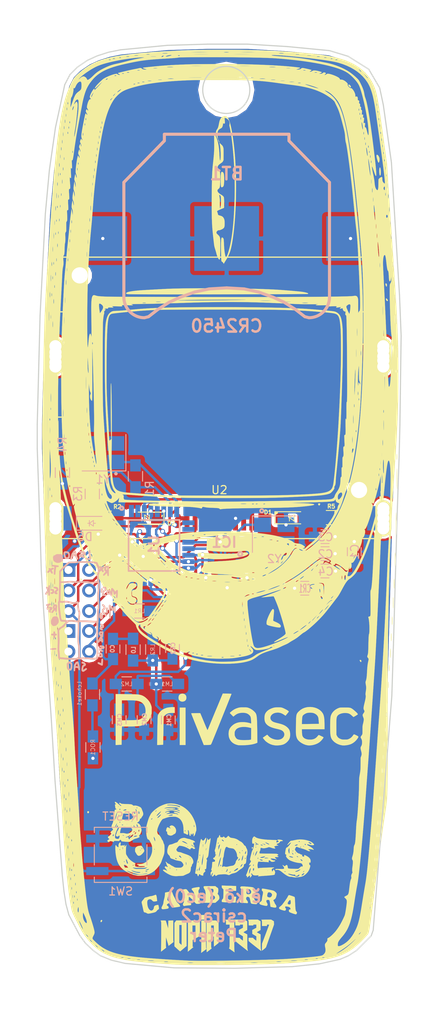
<source format=kicad_pcb>
(kicad_pcb (version 4) (host pcbnew 4.0.7)
  (layers (0 F.Cu signal) (31 B.Cu signal) (34 B.Paste user) (35 F.Paste user) (36 B.SilkS user) (37 F.SilkS user) (38 B.Mask user) (39 F.Mask user) (44 Edge.Cuts user))
  (net 0 "")
  (net 1 GND)
  (net 2 "Net-(D1-Pad2)")
  (net 3 "Net-(D2-Pad2)")
  (net 4 "Net-(IC1-Pad2)")
  (net 5 +3.3v)
  (net 6 "Net-(IC1-Pad10)")
  (net 7 "Net-(IC1-Pad11)")
  (net 8 RFNIRQ)
  (net 9 SCK)
  (net 10 MISO)
  (net 11 MOSI)
  (net 12 RFNSEL)
  (net 13 "Net-(IC1-Pad19)")
  (net 14 "Net-(IC1-Pad20)")
  (net 15 "Net-(IC1-Pad21)")
  (net 16 "Net-(U1-Pad1)")
  (net 17 "Net-(U1-Pad2)")
  (net 18 "Net-(R1-Pad2)")
  (net 19 "Net-(U1-Pad9)")
  (net 20 "Net-(U1-Pad10)")
  (net 21 LCDRST)
  (net 22 "Net-(U1-Pad19)")
  (net 23 "Net-(U1-Pad22)")
  (net 24 LCDBL+)
  (net 25 LCDCE)
  (net 26 "Net-(U1-Pad25)")
  (net 27 LCDDC)
  (net 28 RESET)
  (net 29 RXD)
  (net 30 TXD)
  (net 31 "Net-(U1-Pad32)")
  (net 32 "Net-(U2-Pad2)")
  (net 33 "Net-(U2-Pad4)")
  (net 34 "Net-(C0-Pad2)")
  (net 35 "Net-(CM1-Pad1)")
  (net 36 "Net-(CM2-Pad1)")
  (net 37 "Net-(AE1-Pad1)")
  (net 38 "Net-(Lchoke1-Pad1)")
  (net 39 "Net-(R1-Pad1)")
  (net 40 /TXA)
  (net 41 /RXN)
  (net 42 /RXP)
  (net 43 /XOUT)
  (net 44 /XIN)
  (net 45 SDA)
  (net 46 SCL)
  (net 47 "Net-(D2-Pad1)")
  (net 48 "Net-(U1-Pad23)")
  (module Diodes_SMD:D_SOD-323_HandSoldering (layer B.Cu) (at 43.34 103.16)
    (fp_text reference D5 hide)
    (fp_text value 1N4148 hide)
    (fp_text user %R (at -0.86 1.67) (layer B.SilkS) (effects (justify mirror)))
    (pad 1 smd rect (at -1.25 0) (size 1 1) (layers B.Cu B.Paste B.Mask) (net 5 +3.3v))
    (pad 2 smd rect (at 1.25 0) (size 1 1) (layers B.Cu B.Paste B.Mask) (net 28 RESET))
  )
  (module Pin_Headers:Pin_Header_Straight_2x03_Pitch2.54mm (layer F.Cu) (at 40.46 108.92)
    (fp_text reference J2 hide)
    (fp_text value LSAO hide)
    (pad 1 thru_hole rect (at 0 0) (size 1.7 1.7) (drill 1) (layers *.Cu *.Mask) (net 30 TXD))
    (pad 2 thru_hole oval (at 2.54 0) (size 1.7 1.7) (drill 1) (layers *.Cu *.Mask) (net 29 RXD))
    (pad 3 thru_hole oval (at 0 2.54) (size 1.7 1.7) (drill 1) (layers *.Cu *.Mask) (net 9 SCK))
    (pad 4 thru_hole oval (at 2.54 2.54) (size 1.7 1.7) (drill 1) (layers *.Cu *.Mask) (net 11 MOSI))
    (pad 5 thru_hole oval (at 0 5.08) (size 1.7 1.7) (drill 1) (layers *.Cu *.Mask) (net 28 RESET))
    (pad 6 thru_hole oval (at 2.54 5.08) (size 1.7 1.7) (drill 1) (layers *.Cu *.Mask) (net 10 MISO))
  )
  (module Pin_Headers:Pin_Header_Straight_2x02_Pitch2.54mm (layer F.Cu) (at 40.46 116.46)
    (fp_text reference J1)
    (fp_text value SAO hide)
    (pad 1 thru_hole rect (at 0 0) (size 1.7 1.7) (drill 1) (layers *.Cu *.Mask) (net 5 +3.3v))
    (pad 2 thru_hole oval (at 2.54 0) (size 1.7 1.7) (drill 1) (layers *.Cu *.Mask) (net 45 SDA))
    (pad 3 thru_hole oval (at 0 2.54) (size 1.7 1.7) (drill 1) (layers *.Cu *.Mask) (net 1 GND))
    (pad 4 thru_hole oval (at 2.54 2.54) (size 1.7 1.7) (drill 1) (layers *.Cu *.Mask) (net 46 SCL))
  )
  (module LOGO (layer B.Cu) (at 41.92 114.04 180)
    (fp_text reference G*** hide)
    (fp_text value LOGO hide)
  )
  (module LEDs:LED_0805_HandSoldering (layer F.Cu) (at 50.06 102.53 180)
    (fp_text reference D2 (at -3.1 -0.63 180) (layer F.SilkS) (effects (font (size 0.5 0.5) (thickness 0.125))))
    (fp_text value BL hide)
    (pad 1 smd rect (at -1.35 0 180) (size 1.5 1.3) (layers F.Cu F.Paste F.Mask) (net 47 "Net-(D2-Pad1)"))
    (pad 2 smd rect (at 1.35 0 180) (size 1.5 1.3) (layers F.Cu F.Paste F.Mask) (net 3 "Net-(D2-Pad2)"))
  )
  (module LEDs:LED_0805_HandSoldering (layer F.Cu) (at 68.15 102.48)
    (fp_text reference D1 (at -3.05 -0.68) (layer F.SilkS) (effects (font (size 0.5 0.5) (thickness 0.125))))
    (fp_text value BL hide)
    (pad 1 smd rect (at -1.35 0) (size 1.5 1.3) (layers F.Cu F.Paste F.Mask) (net 1 GND))
    (pad 2 smd rect (at 1.35 0) (size 1.5 1.3) (layers F.Cu F.Paste F.Mask) (net 2 "Net-(D1-Pad2)"))
  )
  (module Buttons_Switches_SMD:SW_SPST_B3SL-1002P (layer B.Cu) (at 46.9 144.1)
    (fp_text reference SW1 (at 0 4.5) (layer B.SilkS) (effects (justify mirror)))
    (fp_text value RESET (at 0 -4.75) (layer B.SilkS) (effects (justify mirror)))
    (pad 1 smd rect (at -2.875 2) (size 2.75 1) (layers B.Cu B.Paste B.Mask) (net 28 RESET))
    (pad 1 smd rect (at 2.875 2) (size 2.75 1) (layers B.Cu B.Paste B.Mask) (net 28 RESET))
    (pad 2 smd rect (at 2.875 -2) (size 2.75 1) (layers B.Cu B.Paste B.Mask) (net 1 GND))
    (pad 2 smd rect (at -2.875 -2) (size 2.75 1) (layers B.Cu B.Paste B.Mask) (net 1 GND))
  )
  (module Nokia_5110-3310_LCD:Nokia_5110-3310_LCD (layer F.Cu) (at 59.1 105.05 180)
    (fp_text reference U2 (at 0 6 180) (layer F.SilkS))
    (fp_text value Nokia_5110_LCD hide)
    (pad "" thru_hole circle (at 17.25 32.5 180) (size 2 2) (drill 2) (layers *.Cu))
    (pad "" np_thru_hole circle (at 20.25 23 180) (size 1.5 1.5) (drill 1.5) (layers *.Mask B.Cu F.SilkS))
    (pad "" np_thru_hole circle (at 20.25 21.75 180) (size 1.5 1.5) (drill 1.5) (layers *.Mask B.Cu F.SilkS))
    (pad "" np_thru_hole circle (at -20.25 23.25 180) (size 1.5 1.5) (drill 1.5) (layers *.Mask B.Cu F.SilkS))
    (pad "" np_thru_hole circle (at -20.25 22 180) (size 1.5 1.5) (drill 1.5) (layers *.Mask B.Cu F.SilkS))
    (pad "" np_thru_hole circle (at -20.25 23.75 180) (size 1.5 1.5) (drill 1.5) (layers *.Mask B.Cu F.SilkS))
    (pad "" np_thru_hole circle (at -20.25 21.25 180) (size 1.5 1.5) (drill 1.5) (layers *.Mask B.Cu F.SilkS))
    (pad "" np_thru_hole circle (at -20.25 3.75 180) (size 1.5 1.5) (drill 1.5) (layers *.Mask B.Cu F.SilkS))
    (pad "" np_thru_hole circle (at -20.25 3.25 180) (size 1.5 1.5) (drill 1.5) (layers *.Mask B.Cu F.SilkS))
    (pad "" np_thru_hole circle (at -20.25 1.25 180) (size 1.5 1.5) (drill 1.5) (layers *.Mask B.Cu F.SilkS))
    (pad "" np_thru_hole circle (at -20.25 1.75 180) (size 1.5 1.5) (drill 1.5) (layers *.Mask B.Cu F.SilkS))
    (pad "" np_thru_hole circle (at 20.25 23.75 180) (size 1.5 1.5) (drill 1.5) (layers *.Mask B.Cu F.SilkS))
    (pad "" np_thru_hole circle (at 20.25 21.25 180) (size 1.5 1.5) (drill 1.5) (layers *.Mask B.Cu F.SilkS))
    (pad "" np_thru_hole circle (at 20.25 3 180) (size 1.5 1.5) (drill 1.5) (layers *.Mask B.Cu F.SilkS))
    (pad "" smd rect (at 19 2.5 180) (size 1.5 3) (layers B.Cu B.Mask))
    (pad "" smd rect (at 19 22.5 180) (size 1.5 3) (layers B.Cu B.Mask))
    (pad "" smd rect (at -19 22.5 180) (size 1.5 3) (layers B.Cu B.Mask))
    (pad "" smd rect (at -19 2.5 180) (size 1.5 3) (layers B.Cu B.Mask))
    (pad "" np_thru_hole oval (at 20.25 22.5 180) (size 2 4.5) (drill 1.5) (layers *.Mask B.Cu F.SilkS))
    (pad "" np_thru_hole oval (at -20.25 22.5 180) (size 2 4.5) (drill 1.5) (layers *.Mask B.Cu F.SilkS))
    (pad "" np_thru_hole oval (at 20.25 2.5 180) (size 2 4.5) (drill 1.5) (layers *.Mask B.Cu F.SilkS))
    (pad "" np_thru_hole oval (at -20.25 2.5 180) (size 2 4.5) (drill 1.5) (layers *.Mask B.Cu F.SilkS))
    (pad 9 smd rect (at 4 2.5 180) (size 0.6 3) (layers F.Cu F.Mask) (net 5 +3.3v))
    (pad 8 smd rect (at 3 2.5 180) (size 0.6 3) (layers F.Cu F.Mask) (net 9 SCK))
    (pad 7 smd rect (at 2 2.5 180) (size 0.6 3) (layers F.Cu F.Mask) (net 11 MOSI))
    (pad 6 smd rect (at 1 2.5 180) (size 0.6 3) (layers F.Cu F.Mask) (net 27 LCDDC))
    (pad 1 smd rect (at -4 2.5 180) (size 0.6 3) (layers F.Cu F.Mask) (net 21 LCDRST))
    (pad 2 smd rect (at -3 2.5 180) (size 0.6 3) (layers F.Cu F.Mask) (net 32 "Net-(U2-Pad2)"))
    (pad 5 smd rect (at 0 2.5 180) (size 0.6 3) (layers F.Cu F.Mask) (net 25 LCDCE))
    (pad 4 smd rect (at -1 2.5 180) (size 0.6 3) (layers F.Cu F.Mask) (net 33 "Net-(U2-Pad4)"))
    (pad 3 smd rect (at -2 2.5 180) (size 0.6 3) (layers F.Cu F.Mask) (net 1 GND))
    (pad "" np_thru_hole circle (at 20.25 1.25 180) (size 1.5 1.5) (drill 1.5) (layers *.Mask B.Cu F.SilkS))
    (pad "" np_thru_hole circle (at 20.25 3.75 180) (size 1.5 1.5) (drill 1.5) (layers *.Mask B.Cu F.SilkS))
    (pad "" np_thru_hole circle (at 20.25 1.75 180) (size 1.5 1.5) (drill 1.5) (layers *.Mask B.Cu F.SilkS))
    (pad "" thru_hole circle (at -17.25 6 180) (size 2 2) (drill 2) (layers *.Cu))
  )
  (module LOGO (layer F.Cu) (at 61.27 127.38)
    (fp_text reference G*** hide)
    (fp_text value LOGO hide)
  )
  (module LOGO (layer F.Cu) (at 59.2 101.19)
    (fp_text reference G*** hide)
    (fp_text value LOGO hide)
  )
  (module Si4455-B1A-FM:QFN50P300X300X80-21N-D (layer B.Cu) (at 59.8 108.71 180)
    (fp_text reference IC1 (at 0.11 3.2 180) (layer B.SilkS) (effects (font (size 1.27 1.27) (thickness 0.254)) (justify mirror)))
    (fp_text value Si4455-B1A-FM hide)
    (pad 1 smd rect (at -1.6 1 90) (size 0.3 0.55) (layers B.Cu B.Paste B.Mask) (net 1 GND))
    (pad 2 smd rect (at -1.6 0.5 90) (size 0.3 0.55) (layers B.Cu B.Paste B.Mask) (net 4 "Net-(IC1-Pad2)"))
    (pad 3 smd rect (at -1.6 0 90) (size 0.3 0.55) (layers B.Cu B.Paste B.Mask) (net 42 /RXP))
    (pad 4 smd rect (at -1.6 -0.5 90) (size 0.3 0.55) (layers B.Cu B.Paste B.Mask) (net 41 /RXN))
    (pad 5 smd rect (at -1.6 -1 90) (size 0.3 0.55) (layers B.Cu B.Paste B.Mask) (net 40 /TXA))
    (pad 6 smd rect (at -1 -1.6 180) (size 0.3 0.55) (layers B.Cu B.Paste B.Mask) (net 1 GND))
    (pad 7 smd rect (at -0.5 -1.6 180) (size 0.3 0.55) (layers B.Cu B.Paste B.Mask) (net 5 +3.3v))
    (pad 8 smd rect (at 0 -1.6 180) (size 0.3 0.55) (layers B.Cu B.Paste B.Mask) (net 5 +3.3v))
    (pad 9 smd rect (at 0.5 -1.6 180) (size 0.3 0.55) (layers B.Cu B.Paste B.Mask) (net 1 GND))
    (pad 10 smd rect (at 1 -1.6 180) (size 0.3 0.55) (layers B.Cu B.Paste B.Mask) (net 6 "Net-(IC1-Pad10)"))
    (pad 11 smd rect (at 1.6 -1 90) (size 0.3 0.55) (layers B.Cu B.Paste B.Mask) (net 7 "Net-(IC1-Pad11)"))
    (pad 12 smd rect (at 1.6 -0.5 90) (size 0.3 0.55) (layers B.Cu B.Paste B.Mask) (net 8 RFNIRQ))
    (pad 13 smd rect (at 1.6 0 90) (size 0.3 0.55) (layers B.Cu B.Paste B.Mask) (net 9 SCK))
    (pad 14 smd rect (at 1.6 0.5 90) (size 0.3 0.55) (layers B.Cu B.Paste B.Mask) (net 10 MISO))
    (pad 15 smd rect (at 1.6 1 90) (size 0.3 0.55) (layers B.Cu B.Paste B.Mask) (net 11 MOSI))
    (pad 16 smd rect (at 1 1.6 180) (size 0.3 0.55) (layers B.Cu B.Paste B.Mask) (net 12 RFNSEL))
    (pad 17 smd rect (at 0.5 1.6 180) (size 0.3 0.55) (layers B.Cu B.Paste B.Mask) (net 43 /XOUT))
    (pad 18 smd rect (at 0 1.6 180) (size 0.3 0.55) (layers B.Cu B.Paste B.Mask) (net 44 /XIN))
    (pad 19 smd rect (at -0.5 1.6 180) (size 0.3 0.55) (layers B.Cu B.Paste B.Mask) (net 13 "Net-(IC1-Pad19)"))
    (pad 20 smd rect (at -1 1.6 180) (size 0.3 0.55) (layers B.Cu B.Paste B.Mask) (net 14 "Net-(IC1-Pad20)"))
    (pad 21 smd rect (at 0 0 180) (size 1.8 1.8) (layers B.Cu B.Paste B.Mask) (net 15 "Net-(IC1-Pad21)"))
  )
  (module ATMEGA328P-AU:QFP80P900X900X120-32N (layer B.Cu) (at 51.03 105.9 270)
    (fp_text reference U1 (at 0 0 270) (layer B.SilkS) (effects (font (size 1.27 1.27) (thickness 0.254)) (justify mirror)))
    (fp_text value ATMEGA328P-AU hide)
    (pad 1 smd rect (at -4.25 2.8 180) (size 0.6 1.5) (layers B.Cu B.Paste B.Mask) (net 16 "Net-(U1-Pad1)"))
    (pad 2 smd rect (at -4.25 2 180) (size 0.6 1.5) (layers B.Cu B.Paste B.Mask) (net 17 "Net-(U1-Pad2)"))
    (pad 3 smd rect (at -4.25 1.2 180) (size 0.6 1.5) (layers B.Cu B.Paste B.Mask) (net 1 GND))
    (pad 4 smd rect (at -4.25 0.4 180) (size 0.6 1.5) (layers B.Cu B.Paste B.Mask) (net 5 +3.3v))
    (pad 5 smd rect (at -4.25 -0.4 180) (size 0.6 1.5) (layers B.Cu B.Paste B.Mask) (net 1 GND))
    (pad 6 smd rect (at -4.25 -1.2 180) (size 0.6 1.5) (layers B.Cu B.Paste B.Mask) (net 5 +3.3v))
    (pad 7 smd rect (at -4.25 -2 180) (size 0.6 1.5) (layers B.Cu B.Paste B.Mask) (net 39 "Net-(R1-Pad1)"))
    (pad 8 smd rect (at -4.25 -2.8 180) (size 0.6 1.5) (layers B.Cu B.Paste B.Mask) (net 18 "Net-(R1-Pad2)"))
    (pad 9 smd rect (at -2.8 -4.25 270) (size 0.6 1.5) (layers B.Cu B.Paste B.Mask) (net 19 "Net-(U1-Pad9)"))
    (pad 10 smd rect (at -2 -4.25 270) (size 0.6 1.5) (layers B.Cu B.Paste B.Mask) (net 20 "Net-(U1-Pad10)"))
    (pad 11 smd rect (at -1.2 -4.25 270) (size 0.6 1.5) (layers B.Cu B.Paste B.Mask) (net 24 LCDBL+))
    (pad 12 smd rect (at -0.4 -4.25 270) (size 0.6 1.5) (layers B.Cu B.Paste B.Mask) (net 21 LCDRST))
    (pad 13 smd rect (at 0.4 -4.25 270) (size 0.6 1.5) (layers B.Cu B.Paste B.Mask) (net 12 RFNSEL))
    (pad 14 smd rect (at 1.2 -4.25 270) (size 0.6 1.5) (layers B.Cu B.Paste B.Mask) (net 8 RFNIRQ))
    (pad 15 smd rect (at 2 -4.25 270) (size 0.6 1.5) (layers B.Cu B.Paste B.Mask) (net 11 MOSI))
    (pad 16 smd rect (at 2.8 -4.25 270) (size 0.6 1.5) (layers B.Cu B.Paste B.Mask) (net 10 MISO))
    (pad 17 smd rect (at 4.25 -2.8 180) (size 0.6 1.5) (layers B.Cu B.Paste B.Mask) (net 9 SCK))
    (pad 18 smd rect (at 4.25 -2 180) (size 0.6 1.5) (layers B.Cu B.Paste B.Mask) (net 5 +3.3v))
    (pad 19 smd rect (at 4.25 -1.2 180) (size 0.6 1.5) (layers B.Cu B.Paste B.Mask) (net 22 "Net-(U1-Pad19)"))
    (pad 20 smd rect (at 4.25 -0.4 180) (size 0.6 1.5) (layers B.Cu B.Paste B.Mask) (net 5 +3.3v))
    (pad 21 smd rect (at 4.25 0.4 180) (size 0.6 1.5) (layers B.Cu B.Paste B.Mask) (net 1 GND))
    (pad 22 smd rect (at 4.25 1.2 180) (size 0.6 1.5) (layers B.Cu B.Paste B.Mask) (net 23 "Net-(U1-Pad22)"))
    (pad 23 smd rect (at 4.25 2 180) (size 0.6 1.5) (layers B.Cu B.Paste B.Mask) (net 48 "Net-(U1-Pad23)"))
    (pad 24 smd rect (at 4.25 2.8 180) (size 0.6 1.5) (layers B.Cu B.Paste B.Mask) (net 25 LCDCE))
    (pad 25 smd rect (at 2.8 4.25 270) (size 0.6 1.5) (layers B.Cu B.Paste B.Mask) (net 26 "Net-(U1-Pad25)"))
    (pad 26 smd rect (at 2 4.25 270) (size 0.6 1.5) (layers B.Cu B.Paste B.Mask) (net 27 LCDDC))
    (pad 27 smd rect (at 1.2 4.25 270) (size 0.6 1.5) (layers B.Cu B.Paste B.Mask) (net 45 SDA))
    (pad 28 smd rect (at 0.4 4.25 270) (size 0.6 1.5) (layers B.Cu B.Paste B.Mask) (net 46 SCL))
    (pad 29 smd rect (at -0.4 4.25 270) (size 0.6 1.5) (layers B.Cu B.Paste B.Mask) (net 28 RESET))
    (pad 30 smd rect (at -1.2 4.25 270) (size 0.6 1.5) (layers B.Cu B.Paste B.Mask) (net 29 RXD))
    (pad 31 smd rect (at -2 4.25 270) (size 0.6 1.5) (layers B.Cu B.Paste B.Mask) (net 30 TXD))
    (pad 32 smd rect (at -2.8 4.25 270) (size 0.6 1.5) (layers B.Cu B.Paste B.Mask) (net 31 "Net-(U1-Pad32)"))
  )
  (module Capacitors_SMD:C_0805_HandSoldering (layer B.Cu) (at 45.96 118.68 90)
    (fp_text reference C0 (at 0.03 -0.07 90) (layer B.SilkS) (effects (font (size 0.5 0.5) (thickness 0.125)) (justify mirror)))
    (fp_text value " " hide)
    (pad 1 smd rect (at -1.25 0 90) (size 1.5 1.25) (layers B.Cu B.Paste B.Mask) (net 40 /TXA))
    (pad 2 smd rect (at 1.25 0 90) (size 1.5 1.25) (layers B.Cu B.Paste B.Mask) (net 34 "Net-(C0-Pad2)"))
  )
  (module Capacitors_SMD:C_0805_HandSoldering (layer B.Cu) (at 75.76 106.67 270)
    (fp_text reference C1 (at 0.01 -0.07 270) (layer B.SilkS) (effects (justify mirror)))
    (fp_text value " ")
    (pad 1 smd rect (at -1.25 0 270) (size 1.5 1.25) (layers B.Cu B.Paste B.Mask) (net 5 +3.3v))
    (pad 2 smd rect (at 1.25 0 270) (size 1.5 1.25) (layers B.Cu B.Paste B.Mask) (net 1 GND))
  )
  (module Capacitors_SMD:C_0805_HandSoldering (layer B.Cu) (at 72.15 106.91 180)
    (fp_text reference C2 (at -0.06 -0.06 180) (layer B.SilkS) (effects (justify mirror)))
    (fp_text value " ")
    (pad 1 smd rect (at -1.25 0 180) (size 1.5 1.25) (layers B.Cu B.Paste B.Mask) (net 5 +3.3v))
    (pad 2 smd rect (at 1.25 0 180) (size 1.5 1.25) (layers B.Cu B.Paste B.Mask) (net 1 GND))
  )
  (module Capacitors_SMD:C_0805_HandSoldering (layer B.Cu) (at 72.15 104.81 180)
    (fp_text reference C3 (at -0.06 -0.05 180) (layer B.SilkS) (effects (justify mirror)))
    (fp_text value " ")
    (pad 1 smd rect (at -1.25 0 180) (size 1.5 1.25) (layers B.Cu B.Paste B.Mask) (net 5 +3.3v))
    (pad 2 smd rect (at 1.25 0 180) (size 1.5 1.25) (layers B.Cu B.Paste B.Mask) (net 1 GND))
  )
  (module Capacitors_SMD:C_0805_HandSoldering (layer B.Cu) (at 72.14 109.05 180)
    (fp_text reference C4 (at -0.11 -0.06 180) (layer B.SilkS) (effects (justify mirror)))
    (fp_text value " ")
    (pad 1 smd rect (at -1.25 0 180) (size 1.5 1.25) (layers B.Cu B.Paste B.Mask) (net 5 +3.3v))
    (pad 2 smd rect (at 1.25 0 180) (size 1.5 1.25) (layers B.Cu B.Paste B.Mask) (net 1 GND))
  )
  (module Capacitors_SMD:C_0805_HandSoldering (layer B.Cu) (at 52.79 127.44 270)
    (fp_text reference CM1 (at 0.05 -0.09 270) (layer B.SilkS) (effects (font (size 0.5 0.5) (thickness 0.125)) (justify mirror)))
    (fp_text value " ")
    (pad 1 smd rect (at -1.25 0 270) (size 1.5 1.25) (layers B.Cu B.Paste B.Mask) (net 35 "Net-(CM1-Pad1)"))
    (pad 2 smd rect (at 1.25 0 270) (size 1.5 1.25) (layers B.Cu B.Paste B.Mask) (net 1 GND))
  )
  (module Capacitors_SMD:C_0805_HandSoldering (layer B.Cu) (at 49.8 127.41 270)
    (fp_text reference CM2 (at -0.04 -0.05 270) (layer B.SilkS) (effects (font (size 0.5 0.5) (thickness 0.125)) (justify mirror)))
    (fp_text value " ")
    (pad 1 smd rect (at -1.25 0 270) (size 1.5 1.25) (layers B.Cu B.Paste B.Mask) (net 36 "Net-(CM2-Pad1)"))
    (pad 2 smd rect (at 1.25 0 270) (size 1.5 1.25) (layers B.Cu B.Paste B.Mask) (net 1 GND))
  )
  (module Capacitors_SMD:C_0805_HandSoldering (layer B.Cu) (at 46.72 127.41 270)
    (fp_text reference CM3 (at 0.01 -0.06 270) (layer B.SilkS) (effects (font (size 0.5 0.5) (thickness 0.125)) (justify mirror)))
    (fp_text value " ")
    (pad 1 smd rect (at -1.25 0 270) (size 1.5 1.25) (layers B.Cu B.Paste B.Mask) (net 37 "Net-(AE1-Pad1)"))
    (pad 2 smd rect (at 1.25 0 270) (size 1.5 1.25) (layers B.Cu B.Paste B.Mask) (net 1 GND))
  )
  (module Capacitors_SMD:C_0805_HandSoldering (layer B.Cu) (at 69.64 111.18 180)
    (fp_text reference CR1 (at -0.02 -0.04 180) (layer B.SilkS) (effects (font (size 1 0.5) (thickness 0.125)) (justify mirror)))
    (fp_text value " ")
    (pad 1 smd rect (at -1.25 0 180) (size 1.5 1.25) (layers B.Cu B.Paste B.Mask) (net 1 GND))
    (pad 2 smd rect (at 1.25 0 180) (size 1.5 1.25) (layers B.Cu B.Paste B.Mask) (net 41 /RXN))
  )
  (module Capacitors_SMD:C_0805_HandSoldering (layer B.Cu) (at 53.31 118.62 270)
    (fp_text reference CR2 (at -0.02 -0.07 270) (layer B.SilkS) (effects (font (size 0.5 0.5) (thickness 0.125)) (justify mirror)))
    (fp_text value " ")
    (pad 1 smd rect (at -1.25 0 270) (size 1.5 1.25) (layers B.Cu B.Paste B.Mask) (net 42 /RXP))
    (pad 2 smd rect (at 1.25 0 270) (size 1.5 1.25) (layers B.Cu B.Paste B.Mask) (net 35 "Net-(CM1-Pad1)"))
  )
  (module Inductors_SMD:L_0805_HandSoldering (layer B.Cu) (at 48.44 118.76 270)
    (fp_text reference L0 (at 0.04 -0.06 270) (layer B.SilkS) (effects (font (size 0.5 0.5) (thickness 0.125)) (justify mirror)))
    (fp_text value " ")
    (pad 1 smd rect (at -1.35 0 270) (size 1.5 1.3) (layers B.Cu B.Paste B.Mask) (net 34 "Net-(C0-Pad2)"))
    (pad 2 smd rect (at 1.35 0 270) (size 1.5 1.3) (layers B.Cu B.Paste B.Mask) (net 35 "Net-(CM1-Pad1)"))
  )
  (module Inductors_SMD:L_0805_HandSoldering (layer B.Cu) (at 43.42 124.29 90)
    (fp_text reference Lchoke1 hide)
    (fp_text value " ")
    (fp_text user %R (at 0.1 -1.6 90) (layer B.SilkS) (effects (font (size 0.5 0.5) (thickness 0.075)) (justify mirror)))
    (pad 1 smd rect (at -1.35 0 90) (size 1.5 1.3) (layers B.Cu B.Paste B.Mask) (net 38 "Net-(Lchoke1-Pad1)"))
    (pad 2 smd rect (at 1.35 0 90) (size 1.5 1.3) (layers B.Cu B.Paste B.Mask) (net 40 /TXA))
  )
  (module Inductors_SMD:L_0805_HandSoldering (layer B.Cu) (at 52.65 123)
    (fp_text reference LM1 hide)
    (fp_text value " ")
    (fp_text user %R (at 0 0) (layer B.SilkS) (effects (font (size 0.5 0.5) (thickness 0.075)) (justify mirror)))
    (pad 1 smd rect (at -1.35 0) (size 1.5 1.3) (layers B.Cu B.Paste B.Mask) (net 35 "Net-(CM1-Pad1)"))
    (pad 2 smd rect (at 1.35 0) (size 1.5 1.3) (layers B.Cu B.Paste B.Mask) (net 36 "Net-(CM2-Pad1)"))
  )
  (module Inductors_SMD:L_0805_HandSoldering (layer B.Cu) (at 47.65 123 180)
    (fp_text reference LM2 hide)
    (fp_text value " ")
    (fp_text user %R (at 0 0 180) (layer B.SilkS) (effects (font (size 0.5 0.5) (thickness 0.075)) (justify mirror)))
    (pad 1 smd rect (at -1.35 0 180) (size 1.5 1.3) (layers B.Cu B.Paste B.Mask) (net 36 "Net-(CM2-Pad1)"))
    (pad 2 smd rect (at 1.35 0 180) (size 1.5 1.3) (layers B.Cu B.Paste B.Mask) (net 37 "Net-(AE1-Pad1)"))
  )
  (module Inductors_SMD:L_0805_HandSoldering (layer B.Cu) (at 49.22 113.99)
    (fp_text reference LR1 hide)
    (fp_text value " ")
    (fp_text user %R (at 0 0) (layer B.SilkS) (effects (font (size 0.5 0.5) (thickness 0.075)) (justify mirror)))
    (pad 1 smd rect (at -1.35 0) (size 1.5 1.3) (layers B.Cu B.Paste B.Mask) (net 41 /RXN))
    (pad 2 smd rect (at 1.35 0) (size 1.5 1.3) (layers B.Cu B.Paste B.Mask) (net 42 /RXP))
  )
  (module Inductors_SMD:L_0805_HandSoldering (layer B.Cu) (at 50.87 118.74 90)
    (fp_text reference LR2 hide)
    (fp_text value " " hide)
    (fp_text user %R (at 0 0 90) (layer B.SilkS) (effects (font (size 0.5 0.5) (thickness 0.075)) (justify mirror)))
    (pad 1 smd rect (at -1.35 0 90) (size 1.5 1.3) (layers B.Cu B.Paste B.Mask) (net 35 "Net-(CM1-Pad1)"))
    (pad 2 smd rect (at 1.35 0 90) (size 1.5 1.3) (layers B.Cu B.Paste B.Mask) (net 41 /RXN))
  )
  (module Resistors_SMD:R_0805_HandSoldering (layer B.Cu) (at 48.73 97.36 90)
    (fp_text reference R1 (at -1.5 1.76 90) (layer B.SilkS) (effects (justify mirror)))
    (fp_text value " 1M" hide)
    (pad 1 smd rect (at -1.35 0 90) (size 1.5 1.3) (layers B.Cu B.Paste B.Mask) (net 39 "Net-(R1-Pad1)"))
    (pad 2 smd rect (at 1.35 0 90) (size 1.5 1.3) (layers B.Cu B.Paste B.Mask) (net 18 "Net-(R1-Pad2)"))
  )
  (module Resistors_SMD:R_0805_HandSoldering (layer F.Cu) (at 45.15 102.53 180)
    (fp_text reference R2 (at -1.35 1.41 180) (layer F.SilkS) (effects (font (size 0.5 0.5) (thickness 0.125))))
    (fp_text value LR hide)
    (pad 1 smd rect (at -1.35 0 180) (size 1.5 1.3) (layers F.Cu F.Paste F.Mask) (net 3 "Net-(D2-Pad2)"))
    (pad 2 smd rect (at 1.35 0 180) (size 1.5 1.3) (layers F.Cu F.Paste F.Mask) (net 24 LCDBL+))
  )
  (module Resistors_SMD:R_0805_HandSoldering (layer B.Cu) (at 43.4 99.54 90)
    (fp_text reference R3 (at 0.04 -1.77 90) (layer B.SilkS) (effects (justify mirror)))
    (fp_text value " 1K" hide)
    (pad 1 smd rect (at -1.35 0 90) (size 1.5 1.3) (layers B.Cu B.Paste B.Mask) (net 28 RESET))
    (pad 2 smd rect (at 1.35 0 90) (size 1.5 1.3) (layers B.Cu B.Paste B.Mask) (net 1 GND))
  )
  (module Resistors_SMD:R_0805_HandSoldering (layer B.Cu) (at 39.71 96.91 270)
    (fp_text reference R4 (at -3.48 0 270) (layer B.SilkS) (effects (justify mirror)))
    (fp_text value " 1M" hide)
    (pad 1 smd rect (at -1.35 0 270) (size 1.5 1.3) (layers B.Cu B.Paste B.Mask) (net 28 RESET))
    (pad 2 smd rect (at 1.35 0 270) (size 1.5 1.3) (layers B.Cu B.Paste B.Mask) (net 5 +3.3v))
  )
  (module Resistors_SMD:R_0805_HandSoldering (layer F.Cu) (at 72.9 102.46 180)
    (fp_text reference R5 (at -0.02 1.39 180) (layer F.SilkS) (effects (font (size 0.5 0.5) (thickness 0.125))))
    (fp_text value LR hide)
    (pad 1 smd rect (at -1.35 0 180) (size 1.5 1.3) (layers F.Cu F.Paste F.Mask) (net 47 "Net-(D2-Pad1)"))
    (pad 2 smd rect (at 1.35 0 180) (size 1.5 1.3) (layers F.Cu F.Paste F.Mask) (net 2 "Net-(D1-Pad2)"))
  )
  (module Resistors_SMD:R_0805_HandSoldering (layer B.Cu) (at 43.48 130.83 90)
    (fp_text reference ROC1 hide)
    (fp_text value " ")
    (fp_text user %R (at 0 0 90) (layer B.SilkS) (effects (font (size 0.5 0.5) (thickness 0.075)) (justify mirror)))
    (pad 1 smd rect (at -1.35 0 90) (size 1.5 1.3) (layers B.Cu B.Paste B.Mask) (net 5 +3.3v))
    (pad 2 smd rect (at 1.35 0 90) (size 1.5 1.3) (layers B.Cu B.Paste B.Mask) (net 38 "Net-(Lchoke1-Pad1)"))
  )
  (module Crystals:Crystal_SMD_TXC_7M-4pin_3.2x2.5mm_HandSoldering (layer B.Cu) (at 65.88 104.5)
    (fp_text reference Y2 (at 0 3.05) (layer B.SilkS) (effects (justify mirror)))
    (fp_text value 30Mhz hide)
    (pad 1 smd rect (at -1.45 -1.15) (size 2.1 1.8) (layers B.Cu B.Paste B.Mask) (net 43 /XOUT))
    (pad 2 smd rect (at 1.45 -1.15) (size 2.1 1.8) (layers B.Cu B.Paste B.Mask) (net 1 GND))
    (pad 3 smd rect (at 1.45 1.15) (size 2.1 1.8) (layers B.Cu B.Paste B.Mask) (net 44 /XIN))
    (pad 4 smd rect (at -1.45 1.15) (size 2.1 1.8) (layers B.Cu B.Paste B.Mask))
  )
  (module Crystals:Crystal_SMD_TXC_7M-4pin_3.2x2.5mm_HandSoldering (layer B.Cu) (at 44.85 94.45 180)
    (fp_text reference Y1 (at 0.12 -3.29 180) (layer B.SilkS) (effects (justify mirror)))
    (fp_text value 16Mhz hide)
    (pad 1 smd rect (at -1.45 -1.15 180) (size 2.1 1.8) (layers B.Cu B.Paste B.Mask) (net 18 "Net-(R1-Pad2)"))
    (pad 2 smd rect (at 1.45 -1.15 180) (size 2.1 1.8) (layers B.Cu B.Paste B.Mask) (net 1 GND))
    (pad 3 smd rect (at 1.45 1.15 180) (size 2.1 1.8) (layers B.Cu B.Paste B.Mask) (net 39 "Net-(R1-Pad1)"))
    (pad 4 smd rect (at -1.45 1.15 180) (size 2.1 1.8) (layers B.Cu B.Paste B.Mask))
  )
  (module dipole:ti-dn023-antenna (layer F.Cu) (at 54.68 112.82 270)
    (fp_text reference AE1 (at 0 0 270) (layer F.SilkS))
    (fp_text value Antenna_Dipole hide)
    (fp_poly (pts (xy 6 -20) (xy 6 0) (xy 8 0) (xy 8 -20) (xy 6 -20)) (layer F.Cu) (width 0))
    (fp_poly (pts (xy 0 -20) (xy 0 0) (xy 1 0) (xy 1 -20) (xy 0 -20)) (layer F.Cu) (width 0))
    (fp_poly (pts (xy 1 -20) (xy 1 -19) (xy 6 -19) (xy 6 -20) (xy 1 -20)) (layer F.Cu) (width 0))
    (fp_poly (pts (xy 8 -20) (xy 8 -19) (xy 12 -19) (xy 12 -20) (xy 8 -20)) (layer F.Cu) (width 0))
    (fp_poly (pts (xy 12 -20) (xy 12 -9) (xy 13 -9) (xy 13 -20) (xy 12 -20)) (layer F.Cu) (width 0))
    (fp_poly (pts (xy 12 -9) (xy 12 -8) (xy 18 -8) (xy 18 -9) (xy 12 -9)) (layer F.Cu) (width 0))
    (fp_poly (pts (xy 17 -20) (xy 17 -9) (xy 18 -9) (xy 18 -20) (xy 17 -20)) (layer F.Cu) (width 0))
    (fp_poly (pts (xy 18 -20) (xy 18 -19) (xy 22 -19) (xy 22 -20) (xy 18 -20)) (layer F.Cu) (width 0))
    (fp_poly (pts (xy 22 -20) (xy 22 -9) (xy 23 -9) (xy 23 -20) (xy 22 -20)) (layer F.Cu) (width 0))
    (fp_poly (pts (xy 22 -9) (xy 22 -8) (xy 28 -8) (xy 28 -9) (xy 22 -9)) (layer F.Cu) (width 0))
    (fp_poly (pts (xy 27 -20) (xy 27 -9) (xy 28 -9) (xy 28 -20) (xy 27 -20)) (layer F.Cu) (width 0))
    (fp_poly (pts (xy 28 -20) (xy 28 -19) (xy 32 -19) (xy 32 -20) (xy 28 -20)) (layer F.Cu) (width 0))
    (fp_poly (pts (xy 32 -20) (xy 32 -9) (xy 33 -9) (xy 33 -20) (xy 32 -20)) (layer F.Cu) (width 0))
    (fp_poly (pts (xy 32 -9) (xy 32 -8) (xy 38 -8) (xy 38 -9) (xy 32 -9)) (layer F.Cu) (width 0))
    (fp_poly (pts (xy 37 -20) (xy 37 -9) (xy 38 -9) (xy 38 -20) (xy 37 -20)) (layer F.Cu) (width 0))
    (fp_poly (pts (xy 38 -20) (xy 38 -19) (xy 42 -19) (xy 42 -20) (xy 38 -20)) (layer F.Cu) (width 0))
    (fp_poly (pts (xy 42 -20) (xy 42 -11) (xy 43 -11) (xy 43 -20) (xy 42 -20)) (layer F.Cu) (width 0))
    (pad 1 smd rect (at 7 -0.25 270) (size 2 0.5) (layers F.Cu F.Paste F.Mask) (net 37 "Net-(AE1-Pad1)"))
    (pad 2 smd rect (at 0.5 0.25 270) (size 1 0.5) (layers F.Cu F.Paste F.Mask) (net 1 GND))
  )
  (module w_battery_holders:keystone_3008 (layer B.Cu) (at 60 68 180)
    (fp_text reference BT1 (at 0 8 180) (layer B.SilkS) (effects (font (thickness 0.3048)) (justify mirror)))
    (fp_text value CR2450 (at 0 -10.8 180) (layer B.SilkS) (effects (font (thickness 0.3048)) (justify mirror)))
    (pad 1 smd rect (at -15.3 0 180) (size 6 5.5) (layers B.Cu B.Paste B.Mask) (net 5 +3.3v))
    (pad 1 smd rect (at 15.3 0 180) (size 6 5.5) (layers B.Cu B.Paste B.Mask) (net 5 +3.3v))
    (pad 2 smd rect (at 0 0 180) (size 8 8) (layers B.Cu B.Paste B.Mask) (net 1 GND))
  )
  (gr_circle (center 46.32 97.03) (end 46.42 97.09) (layer B.SilkS) (width 0.2))
  (gr_circle (center 64.34 101.62) (end 64.55 101.58) (layer B.SilkS) (width 0.2))
  (gr_text "ĕ'kō (ec0)\ncsirac2\nPeter" (at 58.41 151.65) (layer B.SilkS) (effects (font (size 1.5 1.5) (thickness 0.3)) (justify mirror)))
  (gr_line (start 80.6 118.2) (end 80.4 124.5) (layer Edge.Cuts) (width 0.15))
  (gr_line (start 38.35 127.56) (end 38.8 135) (layer Edge.Cuts) (width 0.15))
  (gr_circle (center 59.95 49.65) (end 61.85 47.45) (layer Edge.Cuts) (width 0.15))
  (gr_line (start 36.95 104.05) (end 37.1 109.05) (layer Edge.Cuts) (width 0.15))
  (gr_line (start 78.1 153.4) (end 80.4 124.5) (layer Edge.Cuts) (width 0.15))
  (gr_line (start 39.9 148.6) (end 40.15 150.2) (layer Edge.Cuts) (width 0.15))
  (gr_line (start 77.85 154.1) (end 78.1 153.4) (layer Edge.Cuts) (width 0.15))
  (gr_line (start 76.05 155.9) (end 77.85 154.1) (layer Edge.Cuts) (width 0.15))
  (gr_line (start 75.05 156.55) (end 76.05 155.9) (layer Edge.Cuts) (width 0.15))
  (gr_line (start 74 157) (end 75.05 156.55) (layer Edge.Cuts) (width 0.15))
  (gr_line (start 71.5 157.55) (end 74 157) (layer Edge.Cuts) (width 0.15))
  (gr_line (start 68.1 157.9) (end 71.5 157.55) (layer Edge.Cuts) (width 0.15))
  (gr_line (start 61.05 158.1) (end 68.1 157.9) (layer Edge.Cuts) (width 0.15))
  (gr_line (start 53.5 158.05) (end 61.05 158.1) (layer Edge.Cuts) (width 0.15))
  (gr_line (start 47.45 157.5) (end 53.5 158.05) (layer Edge.Cuts) (width 0.15))
  (gr_line (start 45.75 157.1) (end 47.45 157.5) (layer Edge.Cuts) (width 0.15))
  (gr_line (start 44.4 156.55) (end 45.75 157.1) (layer Edge.Cuts) (width 0.15))
  (gr_line (start 43.5 155.9) (end 44.4 156.55) (layer Edge.Cuts) (width 0.15))
  (gr_line (start 42.55 155) (end 43.5 155.9) (layer Edge.Cuts) (width 0.15))
  (gr_line (start 41.85 154.05) (end 42.55 155) (layer Edge.Cuts) (width 0.15))
  (gr_line (start 40.5 151.5) (end 41.85 154.05) (layer Edge.Cuts) (width 0.15))
  (gr_line (start 40.15 150.2) (end 40.5 151.5) (layer Edge.Cuts) (width 0.15))
  (gr_line (start 39.7 146.7) (end 39.9 148.6) (layer Edge.Cuts) (width 0.15))
  (gr_line (start 38.8 135) (end 39.7 146.7) (layer Edge.Cuts) (width 0.15))
  (gr_line (start 37.9 121.05) (end 38.35 127.55) (layer Edge.Cuts) (width 0.15))
  (gr_line (start 37.4 114.05) (end 37.9 121.05) (layer Edge.Cuts) (width 0.15))
  (gr_line (start 37.1 109.05) (end 37.4 114.05) (layer Edge.Cuts) (width 0.15))
  (gr_line (start 36.6 93.95) (end 36.95 104.05) (layer Edge.Cuts) (width 0.15))
  (gr_line (start 36.6 90.95) (end 36.6 93.95) (layer Edge.Cuts) (width 0.15))
  (gr_line (start 36.95 77.5) (end 36.6 90.95) (layer Edge.Cuts) (width 0.15))
  (gr_line (start 37.6 64.95) (end 36.95 77.5) (layer Edge.Cuts) (width 0.15))
  (gr_line (start 38.1 59.55) (end 37.6 64.95) (layer Edge.Cuts) (width 0.15))
  (gr_line (start 38.85 54.3) (end 38.1 59.55) (layer Edge.Cuts) (width 0.15))
  (gr_line (start 40 49) (end 38.85 54.3) (layer Edge.Cuts) (width 0.15))
  (gr_line (start 40.65 47.75) (end 40 49) (layer Edge.Cuts) (width 0.15))
  (gr_line (start 41.55 46.85) (end 40.65 47.75) (layer Edge.Cuts) (width 0.15))
  (gr_line (start 42.8 46) (end 41.55 46.85) (layer Edge.Cuts) (width 0.15))
  (gr_line (start 44 45.45) (end 42.8 46) (layer Edge.Cuts) (width 0.15))
  (gr_line (start 45.4 45) (end 44 45.45) (layer Edge.Cuts) (width 0.15))
  (gr_line (start 46.9 44.7) (end 45.4 45) (layer Edge.Cuts) (width 0.15))
  (gr_line (start 52.65 44.15) (end 46.9 44.7) (layer Edge.Cuts) (width 0.15))
  (gr_line (start 57.65 44) (end 52.65 44.15) (layer Edge.Cuts) (width 0.15))
  (gr_line (start 62.6 44) (end 57.65 44) (layer Edge.Cuts) (width 0.15))
  (gr_line (start 67.5 44.3) (end 62.6 44) (layer Edge.Cuts) (width 0.15))
  (gr_line (start 72.7 44.8) (end 67.5 44.3) (layer Edge.Cuts) (width 0.15))
  (gr_line (start 75 45.5) (end 72.7 44.8) (layer Edge.Cuts) (width 0.15))
  (gr_line (start 77.55 47.1) (end 75 45.5) (layer Edge.Cuts) (width 0.15))
  (gr_line (start 78.9 49.4) (end 77.55 47.1) (layer Edge.Cuts) (width 0.15))
  (gr_line (start 79.35 51.5) (end 78.9 49.4) (layer Edge.Cuts) (width 0.15))
  (gr_line (start 80.35 58.6) (end 79.35 51.5) (layer Edge.Cuts) (width 0.15))
  (gr_line (start 80.8 66) (end 80.35 58.6) (layer Edge.Cuts) (width 0.15))
  (gr_line (start 81.1 71) (end 80.8 66) (layer Edge.Cuts) (width 0.15))
  (gr_line (start 81.35 75) (end 81.1 71) (layer Edge.Cuts) (width 0.15))
  (gr_line (start 81.55 80) (end 81.35 75) (layer Edge.Cuts) (width 0.15))
  (gr_line (start 81.4 91) (end 81.55 80) (layer Edge.Cuts) (width 0.15))
  (gr_line (start 81.3 95) (end 81.4 91) (layer Edge.Cuts) (width 0.15))
  (gr_line (start 81.05 102.4) (end 81.3 95) (layer Edge.Cuts) (width 0.15))
  (gr_line (start 80.6 118.2) (end 81.05 102.4) (layer Edge.Cuts) (width 0.15))
  (segment (start 41.45 95) (end 41.45 95.45) (width 0.3) (layer B.Cu) (net 1))
  (segment (start 41.45 95.45) (end 41.6 95.6) (width 0.3) (layer B.Cu) (net 1))
  (segment (start 41.6 95.6) (end 42.05 95.6) (width 0.3) (layer B.Cu) (net 1))
  (segment (start 42.05 95.6) (end 43.4 95.6) (width 0.3) (layer B.Cu) (net 1))
  (segment (start 42.05 95.6) (end 41.45 95) (width 0.3) (layer B.Cu) (net 1))
  (segment (start 60.8 110.31) (end 60.8 111.342002) (width 0.3) (layer B.Cu) (net 1))
  (segment (start 60.8 111.342002) (end 60.372001 111.770001) (width 0.3) (layer B.Cu) (net 1))
  (segment (start 60.372001 111.770001) (end 59.747999 111.770001) (width 0.3) (layer B.Cu) (net 1))
  (segment (start 59.747999 111.770001) (end 59.3 111.322002) (width 0.3) (layer B.Cu) (net 1))
  (segment (start 61.4 107.71) (end 62.35 107.71) (width 0.3) (layer B.Cu) (net 1))
  (segment (start 66.8 102.48) (end 66.8 102.82) (width 0.3) (layer F.Cu) (net 1))
  (segment (start 66.8 102.82) (end 67.33 103.35) (width 0.3) (layer F.Cu) (net 1))
  (via (at 67.33 103.35) (size 0.6) (drill 0.4) (layers F.Cu B.Cu) (net 1))
  (segment (start 49.83 101.65) (end 49.83 103.23) (width 0.3) (layer B.Cu) (net 1))
  (segment (start 43.4 95.6) (end 43.4 98.19) (width 0.3) (layer B.Cu) (net 1))
  (via (at 61.1 102.55) (size 0.6) (drill 0.4) (layers F.Cu B.Cu) (net 1))
  (segment (start 54.43 113.32) (end 53.637998 113.32) (width 0.3) (layer F.Cu) (net 1))
  (segment (start 53.637998 113.32) (end 50.63 110.312002) (width 0.3) (layer F.Cu) (net 1))
  (segment (start 50.63 110.312002) (end 50.63 110.15) (width 0.3) (layer F.Cu) (net 1))
  (via (at 50.63 110.15) (size 0.6) (drill 0.4) (layers F.Cu B.Cu) (net 1))
  (segment (start 49.83 101.65) (end 49.83 100.769998) (width 0.3) (layer B.Cu) (net 1))
  (segment (start 49.83 100.769998) (end 50.049999 100.549999) (width 0.3) (layer B.Cu) (net 1))
  (segment (start 50.049999 100.549999) (end 51.379999 100.549999) (width 0.3) (layer B.Cu) (net 1))
  (segment (start 51.379999 100.549999) (end 51.43 100.6) (width 0.3) (layer B.Cu) (net 1))
  (segment (start 51.43 100.6) (end 51.43 101.65) (width 0.3) (layer B.Cu) (net 1))
  (segment (start 50.63 110.15) (end 50.63 108.407998) (width 0.3) (layer B.Cu) (net 1))
  (segment (start 59.3 111.322002) (end 50.752002 111.322002) (width 0.3) (layer B.Cu) (net 1))
  (segment (start 50.752002 111.322002) (end 50.63 111.2) (width 0.3) (layer B.Cu) (net 1))
  (segment (start 50.63 111.2) (end 50.63 110.15) (width 0.3) (layer B.Cu) (net 1))
  (segment (start 59.3 111.322002) (end 59.3 110.31) (width 0.3) (layer B.Cu) (net 1))
  (segment (start 49.83 101.65) (end 49.83 100.36) (width 0.3) (layer B.Cu) (net 1))
  (segment (start 51.43 101.65) (end 51.43 100.26) (width 0.3) (layer B.Cu) (net 1))
  (segment (start 71.55 102.46) (end 69.52 102.46) (width 0.3) (layer F.Cu) (net 2))
  (segment (start 69.52 102.46) (end 69.5 102.48) (width 0.3) (layer F.Cu) (net 2))
  (segment (start 46.5 102.53) (end 48.71 102.53) (width 0.3) (layer F.Cu) (net 3))
  (via (at 75.3 68) (size 0.6) (drill 0.4) (layers F.Cu B.Cu) (net 5))
  (via (at 44.7 68) (size 0.6) (drill 0.4) (layers F.Cu B.Cu) (net 5))
  (via (at 75.76 105.42) (size 0.6) (drill 0.4) (layers F.Cu B.Cu) (net 5))
  (segment (start 50.63 101.65) (end 50.63 102.7) (width 0.3) (layer B.Cu) (net 5))
  (segment (start 52.23 102.7) (end 52.23 101.65) (width 0.3) (layer B.Cu) (net 5))
  (segment (start 50.63 102.7) (end 50.680001 102.750001) (width 0.3) (layer B.Cu) (net 5))
  (segment (start 50.680001 102.750001) (end 52.189999 102.750001) (width 0.3) (layer B.Cu) (net 5))
  (segment (start 52.189999 102.750001) (end 52.23 102.71) (width 0.3) (layer B.Cu) (net 5))
  (segment (start 52.23 102.71) (end 52.23 102.7) (width 0.3) (layer B.Cu) (net 5))
  (segment (start 51.480001 109.049999) (end 52.25 109.049999) (width 0.3) (layer B.Cu) (net 5))
  (segment (start 52.25 109.049999) (end 52.979999 109.049999) (width 0.3) (layer B.Cu) (net 5))
  (segment (start 52.23 101.65) (end 52.23 103.037998) (width 0.3) (layer B.Cu) (net 5))
  (segment (start 51.429999 106.900877) (end 52.25 107.720878) (width 0.3) (layer B.Cu) (net 5))
  (segment (start 52.23 103.037998) (end 51.29 103.977998) (width 0.3) (layer B.Cu) (net 5))
  (segment (start 51.29 103.977998) (end 51.29 104.507998) (width 0.3) (layer B.Cu) (net 5))
  (segment (start 51.29 104.507998) (end 51.430001 104.647999) (width 0.3) (layer B.Cu) (net 5))
  (segment (start 51.430001 104.647999) (end 51.430001 105.937997) (width 0.3) (layer B.Cu) (net 5))
  (segment (start 51.430001 105.937997) (end 51.429999 105.937999) (width 0.3) (layer B.Cu) (net 5))
  (segment (start 51.429999 105.937999) (end 51.429999 106.900877) (width 0.3) (layer B.Cu) (net 5))
  (segment (start 52.25 107.720878) (end 52.25 109.049999) (width 0.3) (layer B.Cu) (net 5))
  (segment (start 51.43 110.15) (end 51.43 109.1) (width 0.3) (layer B.Cu) (net 5))
  (segment (start 51.43 109.1) (end 51.480001 109.049999) (width 0.3) (layer B.Cu) (net 5))
  (segment (start 52.979999 109.049999) (end 53.03 109.1) (width 0.3) (layer B.Cu) (net 5))
  (segment (start 53.03 109.1) (end 53.03 110.15) (width 0.3) (layer B.Cu) (net 5))
  (segment (start 41.519999 105.050001) (end 42.09 104.48) (width 0.3) (layer B.Cu) (net 5))
  (segment (start 42.09 104.48) (end 42.09 103.16) (width 0.3) (layer B.Cu) (net 5))
  (segment (start 41.22 105.36) (end 41.519999 105.060001) (width 0.3) (layer B.Cu) (net 5))
  (segment (start 41.519999 105.060001) (end 41.519999 105.050001) (width 0.3) (layer B.Cu) (net 5))
  (via (at 39.71 98.26) (size 0.6) (drill 0.4) (layers F.Cu B.Cu) (net 5))
  (via (at 41.22 105.36) (size 0.6) (drill 0.4) (layers F.Cu B.Cu) (net 5))
  (segment (start 53.61001 103.35) (end 54.3 103.35) (width 0.3) (layer F.Cu) (net 5))
  (segment (start 54.3 103.35) (end 55.1 102.55) (width 0.3) (layer F.Cu) (net 5))
  (segment (start 52.23 102.7) (end 52.88 103.35) (width 0.3) (layer B.Cu) (net 5))
  (segment (start 52.88 103.35) (end 53.61001 103.35) (width 0.3) (layer B.Cu) (net 5))
  (via (at 53.61001 103.35) (size 0.6) (drill 0.4) (layers F.Cu B.Cu) (net 5))
  (segment (start 40.46 116.46) (end 39.31 116.46) (width 0.3) (layer F.Cu) (net 5))
  (segment (start 39.31 116.46) (end 38.5 115.65) (width 0.3) (layer F.Cu) (net 5))
  (segment (start 50.63 101.65) (end 52.23 101.65) (width 0.3) (layer F.Cu) (net 5))
  (via (at 43.48 132.18) (size 0.6) (drill 0.4) (layers F.Cu B.Cu) (net 5))
  (segment (start 53.03 110.15) (end 53.63 110.15) (width 0.3) (layer F.Cu) (net 5))
  (segment (start 53.63 110.15) (end 54.6 111.12) (width 0.3) (layer F.Cu) (net 5))
  (segment (start 54.6 111.12) (end 60.06 111.12) (width 0.3) (layer F.Cu) (net 5))
  (via (at 52.23 101.65) (size 0.6) (drill 0.4) (layers F.Cu B.Cu) (net 5))
  (via (at 50.63 101.65) (size 0.6) (drill 0.4) (layers F.Cu B.Cu) (net 5))
  (via (at 73.45 109.06) (size 0.6) (drill 0.4) (layers F.Cu B.Cu) (net 5))
  (via (at 73.4 106.91) (size 0.6) (drill 0.4) (layers F.Cu B.Cu) (net 5))
  (via (at 73.4 104.81) (size 0.6) (drill 0.4) (layers F.Cu B.Cu) (net 5))
  (segment (start 60.06 110.31) (end 60.3 110.31) (width 0.3) (layer B.Cu) (net 5))
  (segment (start 59.8 110.31) (end 60.06 110.31) (width 0.3) (layer B.Cu) (net 5))
  (segment (start 60.06 110.31) (end 60.06 111.12) (width 0.3) (layer B.Cu) (net 5))
  (via (at 60.06 111.12) (size 0.6) (drill 0.4) (layers F.Cu B.Cu) (net 5))
  (segment (start 57.425158 109.872654) (end 57.425158 109.409842) (width 0.3) (layer B.Cu) (net 8))
  (segment (start 57.425158 109.409842) (end 57.625 109.21) (width 0.3) (layer B.Cu) (net 8))
  (segment (start 57.625 109.21) (end 58.2 109.21) (width 0.3) (layer B.Cu) (net 8))
  (segment (start 57.02 107.059992) (end 57.02 109.467496) (width 0.3) (layer F.Cu) (net 8))
  (via (at 57.425158 109.872654) (size 0.6) (drill 0.4) (layers F.Cu B.Cu) (net 8))
  (segment (start 57.02 109.467496) (end 57.425158 109.872654) (width 0.3) (layer F.Cu) (net 8))
  (segment (start 55.28 107.1) (end 56.979992 107.1) (width 0.3) (layer B.Cu) (net 8))
  (segment (start 56.979992 107.1) (end 57.02 107.059992) (width 0.3) (layer B.Cu) (net 8))
  (via (at 57.02 107.059992) (size 0.6) (drill 0.4) (layers F.Cu B.Cu) (net 8))
  (segment (start 52.08 106.25) (end 52.379999 105.950001) (width 0.3) (layer F.Cu) (net 9))
  (segment (start 52.379999 105.950001) (end 52.379999 105.817999) (width 0.3) (layer F.Cu) (net 9))
  (segment (start 52.379999 105.817999) (end 53.797997 104.400001) (width 0.3) (layer F.Cu) (net 9))
  (segment (start 53.797997 104.400001) (end 56.049999 104.400001) (width 0.3) (layer F.Cu) (net 9))
  (segment (start 56.049999 104.400001) (end 56.1 104.35) (width 0.3) (layer F.Cu) (net 9))
  (segment (start 56.1 104.35) (end 56.1 102.55) (width 0.3) (layer F.Cu) (net 9))
  (via (at 44.136096 104.500012) (size 0.6) (drill 0.4) (layers F.Cu B.Cu) (net 9))
  (segment (start 52.08 106.25) (end 51.780001 105.950001) (width 0.3) (layer F.Cu) (net 9))
  (segment (start 51.780001 105.950001) (end 50.070001 105.950001) (width 0.3) (layer F.Cu) (net 9))
  (segment (start 50.070001 105.950001) (end 48.620012 104.500012) (width 0.3) (layer F.Cu) (net 9))
  (segment (start 53.83 110.15) (end 53.83 108) (width 0.3) (layer B.Cu) (net 9))
  (segment (start 53.83 108) (end 52.08 106.25) (width 0.3) (layer B.Cu) (net 9))
  (via (at 52.08 106.25) (size 0.6) (drill 0.4) (layers F.Cu B.Cu) (net 9))
  (segment (start 40.46 111.46) (end 41.660001 110.259999) (width 0.3) (layer F.Cu) (net 9))
  (segment (start 41.660001 110.259999) (end 41.660001 106.976107) (width 0.3) (layer F.Cu) (net 9))
  (segment (start 41.660001 106.976107) (end 44.136096 104.500012) (width 0.3) (layer F.Cu) (net 9))
  (segment (start 44.136096 104.500012) (end 48.620012 104.500012) (width 0.3) (layer F.Cu) (net 9))
  (segment (start 58.2 108.71) (end 57.41788 108.71) (width 0.3) (layer B.Cu) (net 9))
  (segment (start 56.204998 109.922882) (end 56.204998 110.15) (width 0.3) (layer B.Cu) (net 9))
  (segment (start 57.41788 108.71) (end 56.204998 109.922882) (width 0.3) (layer B.Cu) (net 9))
  (segment (start 53.83 110.15) (end 56.204998 110.15) (width 0.3) (layer B.Cu) (net 9))
  (segment (start 43 114) (end 46.129999 110.870001) (width 0.3) (layer F.Cu) (net 10))
  (segment (start 46.467999 106.449999) (end 47.092001 106.449999) (width 0.3) (layer F.Cu) (net 10))
  (segment (start 46.129999 110.870001) (end 46.129999 106.787999) (width 0.3) (layer F.Cu) (net 10))
  (segment (start 46.129999 106.787999) (end 46.467999 106.449999) (width 0.3) (layer F.Cu) (net 10))
  (segment (start 47.092001 106.449999) (end 49.342002 108.7) (width 0.3) (layer F.Cu) (net 10))
  (segment (start 49.342002 108.7) (end 55.28 108.7) (width 0.3) (layer F.Cu) (net 10))
  (via (at 55.28 108.7) (size 0.6) (drill 0.4) (layers F.Cu B.Cu) (net 10))
  (segment (start 55.13 108.55) (end 55.28 108.7) (width 0.3) (layer B.Cu) (net 10))
  (segment (start 58.2 108.21) (end 56.72712 108.21) (width 0.3) (layer B.Cu) (net 10))
  (segment (start 56.72712 108.21) (end 56.23712 108.7) (width 0.3) (layer B.Cu) (net 10))
  (segment (start 56.23712 108.7) (end 55.28 108.7) (width 0.3) (layer B.Cu) (net 10))
  (segment (start 53.81 105.35) (end 56.1 105.35) (width 0.3) (layer F.Cu) (net 11))
  (segment (start 56.1 105.35) (end 57.1 104.35) (width 0.3) (layer F.Cu) (net 11))
  (segment (start 57.1 104.35) (end 57.1 102.55) (width 0.3) (layer F.Cu) (net 11))
  (segment (start 55.28 107.9) (end 54.43712 107.9) (width 0.3) (layer B.Cu) (net 11))
  (segment (start 54.43712 107.9) (end 53.81 107.27288) (width 0.3) (layer B.Cu) (net 11))
  (segment (start 53.81 107.27288) (end 53.81 105.35) (width 0.3) (layer B.Cu) (net 11))
  (via (at 53.81 105.35) (size 0.6) (drill 0.4) (layers F.Cu B.Cu) (net 11))
  (segment (start 43 111.46) (end 45.629989 108.830011) (width 0.3) (layer F.Cu) (net 11))
  (segment (start 45.629989 108.830011) (end 45.629989 106.580889) (width 0.3) (layer F.Cu) (net 11))
  (segment (start 45.629989 106.580889) (end 46.260889 105.949989) (width 0.3) (layer F.Cu) (net 11))
  (segment (start 46.260889 105.949989) (end 47.299111 105.949989) (width 0.3) (layer F.Cu) (net 11))
  (segment (start 49.249122 107.9) (end 55.28 107.9) (width 0.3) (layer F.Cu) (net 11))
  (segment (start 47.299111 105.949989) (end 49.249122 107.9) (width 0.3) (layer F.Cu) (net 11))
  (via (at 55.28 107.9) (size 0.6) (drill 0.4) (layers F.Cu B.Cu) (net 11))
  (segment (start 55.28 107.9) (end 56.33 107.9) (width 0.3) (layer B.Cu) (net 11))
  (segment (start 56.33 107.9) (end 56.520008 107.709992) (width 0.3) (layer B.Cu) (net 11))
  (segment (start 56.520008 107.709992) (end 57.849992 107.709992) (width 0.3) (layer B.Cu) (net 11))
  (segment (start 57.849992 107.709992) (end 57.85 107.71) (width 0.3) (layer B.Cu) (net 11))
  (segment (start 57.85 107.71) (end 58.2 107.71) (width 0.3) (layer B.Cu) (net 11))
  (segment (start 55.28 106.3) (end 58.115 106.3) (width 0.3) (layer B.Cu) (net 12))
  (segment (start 58.115 106.3) (end 58.8 106.985) (width 0.3) (layer B.Cu) (net 12))
  (segment (start 58.8 106.985) (end 58.8 107.11) (width 0.3) (layer B.Cu) (net 12))
  (segment (start 46.3 95.6) (end 48.32 95.6) (width 0.3) (layer B.Cu) (net 18))
  (segment (start 48.32 95.6) (end 48.73 96.01) (width 0.3) (layer B.Cu) (net 18))
  (segment (start 53.83 101.65) (end 53.83 100.40288) (width 0.3) (layer B.Cu) (net 18))
  (segment (start 53.83 100.40288) (end 48.93711 95.50999) (width 0.3) (layer B.Cu) (net 18))
  (segment (start 48.93711 95.50999) (end 48.52289 95.50999) (width 0.3) (layer B.Cu) (net 18))
  (segment (start 48.52289 95.50999) (end 48.37644 95.65644) (width 0.3) (layer B.Cu) (net 18))
  (segment (start 48.73 96.11) (end 48.73 96.01) (width 0.3) (layer B.Cu) (net 18))
  (segment (start 59.20538 105.45538) (end 59.629644 105.45538) (width 0.3) (layer F.Cu) (net 21))
  (segment (start 59.629644 105.45538) (end 59.684264 105.51) (width 0.3) (layer F.Cu) (net 21))
  (segment (start 59.684264 105.51) (end 62.749814 105.51) (width 0.3) (layer F.Cu) (net 21))
  (segment (start 55.28 105.5) (end 59.16076 105.5) (width 0.3) (layer B.Cu) (net 21))
  (via (at 59.20538 105.45538) (size 0.6) (drill 0.4) (layers F.Cu B.Cu) (net 21))
  (segment (start 59.16076 105.5) (end 59.20538 105.45538) (width 0.3) (layer B.Cu) (net 21))
  (segment (start 55.29 105.51) (end 55.28 105.5) (width 0.3) (layer B.Cu) (net 21))
  (segment (start 63.1 102.55) (end 63.1 105.159814) (width 0.3) (layer F.Cu) (net 21))
  (segment (start 63.1 105.159814) (end 62.749814 105.51) (width 0.3) (layer F.Cu) (net 21))
  (segment (start 52.08 104.15) (end 51.460001 103.530001) (width 0.3) (layer F.Cu) (net 24))
  (segment (start 51.460001 103.530001) (end 44.900001 103.530001) (width 0.3) (layer F.Cu) (net 24))
  (segment (start 44.900001 103.530001) (end 43.9 102.53) (width 0.3) (layer F.Cu) (net 24))
  (segment (start 43.9 102.53) (end 43.8 102.53) (width 0.3) (layer F.Cu) (net 24))
  (segment (start 55.28 104.7) (end 52.63 104.7) (width 0.3) (layer B.Cu) (net 24))
  (segment (start 52.63 104.7) (end 52.08 104.15) (width 0.3) (layer B.Cu) (net 24))
  (via (at 52.08 104.15) (size 0.6) (drill 0.4) (layers F.Cu B.Cu) (net 24))
  (segment (start 49.69 107.25) (end 49.79 107.35) (width 0.3) (layer F.Cu) (net 25))
  (segment (start 49.79 107.35) (end 54.68 107.35) (width 0.3) (layer F.Cu) (net 25))
  (segment (start 54.68 107.35) (end 56.17999 105.85001) (width 0.3) (layer F.Cu) (net 25))
  (segment (start 56.17999 105.85001) (end 57.59999 105.85001) (width 0.3) (layer F.Cu) (net 25))
  (segment (start 57.59999 105.85001) (end 59.1 104.35) (width 0.3) (layer F.Cu) (net 25))
  (segment (start 59.1 104.35) (end 59.1 102.55) (width 0.3) (layer F.Cu) (net 25))
  (segment (start 49.69 107.25) (end 48.23 108.71) (width 0.3) (layer B.Cu) (net 25))
  (segment (start 48.23 108.71) (end 48.23 110.15) (width 0.3) (layer B.Cu) (net 25))
  (via (at 49.69 107.25) (size 0.6) (drill 0.4) (layers F.Cu B.Cu) (net 25))
  (segment (start 59.1 102.55) (end 59.1 103.980002) (width 0.3) (layer F.Cu) (net 25))
  (segment (start 49.2592 104.180001) (end 49.559199 104.48) (width 0.3) (layer F.Cu) (net 27))
  (segment (start 52.96001 104.231992) (end 52.96001 102.259988) (width 0.3) (layer F.Cu) (net 27))
  (segment (start 54.519999 100.699999) (end 57.680001 100.699999) (width 0.3) (layer F.Cu) (net 27))
  (segment (start 49.559199 104.48) (end 50.3 104.48) (width 0.3) (layer F.Cu) (net 27))
  (segment (start 50.3 104.48) (end 50.78 104.96) (width 0.3) (layer F.Cu) (net 27))
  (segment (start 50.78 104.96) (end 52.232002 104.96) (width 0.3) (layer F.Cu) (net 27))
  (segment (start 52.232002 104.96) (end 52.96001 104.231992) (width 0.3) (layer F.Cu) (net 27))
  (segment (start 52.96001 102.259988) (end 54.519999 100.699999) (width 0.3) (layer F.Cu) (net 27))
  (segment (start 57.680001 100.699999) (end 58.1 101.119998) (width 0.3) (layer F.Cu) (net 27))
  (segment (start 58.1 101.119998) (end 58.1 102.55) (width 0.3) (layer F.Cu) (net 27))
  (segment (start 47.84 107.65) (end 48.990001 106.499999) (width 0.3) (layer B.Cu) (net 27))
  (segment (start 48.990001 104.4492) (end 49.2592 104.180001) (width 0.3) (layer B.Cu) (net 27))
  (via (at 49.2592 104.180001) (size 0.6) (drill 0.4) (layers F.Cu B.Cu) (net 27))
  (segment (start 48.990001 106.499999) (end 48.990001 104.4492) (width 0.3) (layer B.Cu) (net 27))
  (segment (start 47.84 107.9) (end 47.84 107.65) (width 0.3) (layer B.Cu) (net 27))
  (segment (start 46.78 107.9) (end 47.84 107.9) (width 0.3) (layer B.Cu) (net 27))
  (segment (start 40.46 114) (end 39.259999 112.799999) (width 0.3) (layer B.Cu) (net 28))
  (segment (start 39.259999 112.799999) (end 39.259999 107.789999) (width 0.3) (layer B.Cu) (net 28))
  (segment (start 39.259999 107.789999) (end 41.039997 106.010001) (width 0.3) (layer B.Cu) (net 28))
  (segment (start 41.039997 106.010001) (end 41.664105 106.010001) (width 0.3) (layer B.Cu) (net 28))
  (segment (start 41.664105 106.010001) (end 44.514106 103.16) (width 0.3) (layer B.Cu) (net 28))
  (segment (start 44.514106 103.16) (end 44.59 103.16) (width 0.3) (layer B.Cu) (net 28))
  (segment (start 48.34 105.45) (end 47.506242 105.45) (width 0.3) (layer F.Cu) (net 28))
  (segment (start 46.053779 105.449979) (end 44.89 106.613758) (width 0.3) (layer F.Cu) (net 28))
  (segment (start 47.506242 105.45) (end 47.506221 105.449979) (width 0.3) (layer F.Cu) (net 28))
  (segment (start 41.660001 111.023997) (end 41.660001 112.799999) (width 0.3) (layer F.Cu) (net 28))
  (segment (start 47.506221 105.449979) (end 46.053779 105.449979) (width 0.3) (layer F.Cu) (net 28))
  (segment (start 41.660001 112.799999) (end 40.46 114) (width 0.3) (layer F.Cu) (net 28))
  (segment (start 44.89 106.613758) (end 44.89 108.86) (width 0.3) (layer F.Cu) (net 28))
  (segment (start 44.89 108.86) (end 43.490001 110.259999) (width 0.3) (layer F.Cu) (net 28))
  (segment (start 42.423999 110.259999) (end 41.660001 111.023997) (width 0.3) (layer F.Cu) (net 28))
  (segment (start 43.490001 110.259999) (end 42.423999 110.259999) (width 0.3) (layer F.Cu) (net 28))
  (segment (start 46.78 105.5) (end 48.29 105.5) (width 0.3) (layer B.Cu) (net 28))
  (segment (start 48.29 105.5) (end 48.34 105.45) (width 0.3) (layer B.Cu) (net 28))
  (via (at 48.34 105.45) (size 0.6) (drill 0.4) (layers F.Cu B.Cu) (net 28))
  (segment (start 41.33 97.849998) (end 41.33 98.72) (width 0.3) (layer B.Cu) (net 28))
  (segment (start 41.33 98.72) (end 43.4 100.79) (width 0.3) (layer B.Cu) (net 28))
  (segment (start 43.4 100.79) (end 43.4 100.89) (width 0.3) (layer B.Cu) (net 28))
  (segment (start 39.71 95.56) (end 39.49999 95.77001) (width 0.3) (layer B.Cu) (net 28))
  (segment (start 39.49999 95.77001) (end 39.49999 96.50711) (width 0.3) (layer B.Cu) (net 28))
  (segment (start 39.49999 96.50711) (end 40.152879 97.159999) (width 0.3) (layer B.Cu) (net 28))
  (segment (start 40.152879 97.159999) (end 40.640001 97.159999) (width 0.3) (layer B.Cu) (net 28))
  (segment (start 40.640001 97.159999) (end 41.33 97.849998) (width 0.3) (layer B.Cu) (net 28))
  (segment (start 44.59 103.16) (end 43.79 103.16) (width 0.3) (layer B.Cu) (net 28))
  (segment (start 43.4 100.89) (end 43.4 102.77) (width 0.3) (layer B.Cu) (net 28))
  (segment (start 43.4 102.77) (end 43.79 103.16) (width 0.3) (layer B.Cu) (net 28))
  (segment (start 41.69 135.87) (end 41.799999 135.760001) (width 0.3) (layer B.Cu) (net 28))
  (segment (start 41.799999 115.339999) (end 40.46 114) (width 0.3) (layer B.Cu) (net 28))
  (segment (start 41.799999 135.760001) (end 41.799999 115.339999) (width 0.3) (layer B.Cu) (net 28))
  (segment (start 42.35 146.1) (end 41.69 145.44) (width 0.3) (layer B.Cu) (net 28))
  (segment (start 41.69 145.44) (end 41.69 135.87) (width 0.3) (layer B.Cu) (net 28))
  (segment (start 44.025 146.1) (end 42.35 146.1) (width 0.3) (layer B.Cu) (net 28))
  (segment (start 44.025 146.1) (end 49.775 146.1) (width 0.3) (layer B.Cu) (net 28))
  (segment (start 43 108.92) (end 43 107.43) (width 0.3) (layer B.Cu) (net 29))
  (segment (start 43 107.43) (end 45.73 104.7) (width 0.3) (layer B.Cu) (net 29))
  (segment (start 45.73 104.7) (end 46.78 104.7) (width 0.3) (layer B.Cu) (net 29))
  (segment (start 40.46 108.92) (end 40.67811 108.92) (width 0.3) (layer B.Cu) (net 30))
  (segment (start 40.67811 108.92) (end 45.69811 103.9) (width 0.3) (layer B.Cu) (net 30))
  (segment (start 45.69811 103.9) (end 46.78 103.9) (width 0.3) (layer B.Cu) (net 30))
  (segment (start 40.85288 108.92) (end 40.46 108.92) (width 0.3) (layer B.Cu) (net 30))
  (segment (start 40.46 108.92) (end 41.08 108.92) (width 0.3) (layer B.Cu) (net 30))
  (segment (start 45.96 117.43) (end 48.42 117.43) (width 0.3) (layer B.Cu) (net 34))
  (segment (start 48.42 117.43) (end 48.44 117.41) (width 0.3) (layer B.Cu) (net 34))
  (segment (start 51.3 123) (end 51.3 120.52) (width 0.3) (layer F.Cu) (net 35))
  (segment (start 51.3 120.52) (end 50.87 120.09) (width 0.3) (layer F.Cu) (net 35))
  (via (at 51.3 123) (size 0.6) (drill 0.4) (layers F.Cu B.Cu) (net 35))
  (via (at 50.87 120.09) (size 0.6) (drill 0.4) (layers F.Cu B.Cu) (net 35))
  (segment (start 50.87 120.09) (end 50.87 119.99) (width 0.3) (layer B.Cu) (net 35))
  (segment (start 51.4 123) (end 51.3 123) (width 0.3) (layer B.Cu) (net 35))
  (segment (start 50.87 120.09) (end 53.09 120.09) (width 0.3) (layer B.Cu) (net 35))
  (segment (start 53.09 120.09) (end 53.31 119.87) (width 0.3) (layer B.Cu) (net 35))
  (segment (start 48.44 120.11) (end 50.85 120.11) (width 0.3) (layer B.Cu) (net 35))
  (segment (start 50.85 120.11) (end 50.87 120.09) (width 0.3) (layer B.Cu) (net 35))
  (segment (start 52.79 126.19) (end 51.865 126.19) (width 0.3) (layer B.Cu) (net 35))
  (segment (start 51.865 126.19) (end 51.3 125.625) (width 0.3) (layer B.Cu) (net 35))
  (segment (start 51.3 125.625) (end 51.3 123) (width 0.3) (layer B.Cu) (net 35))
  (segment (start 49 123) (end 49 122.05) (width 0.3) (layer B.Cu) (net 36))
  (segment (start 49 122.05) (end 49.050001 121.999999) (width 0.3) (layer B.Cu) (net 36))
  (segment (start 49.050001 121.999999) (end 52.899999 121.999999) (width 0.3) (layer B.Cu) (net 36))
  (segment (start 52.899999 121.999999) (end 53.9 123) (width 0.3) (layer B.Cu) (net 36))
  (segment (start 53.9 123) (end 54 123) (width 0.3) (layer B.Cu) (net 36))
  (segment (start 49.8 126.16) (end 49.8 125.11) (width 0.3) (layer B.Cu) (net 36))
  (segment (start 49.8 125.11) (end 49 124.31) (width 0.3) (layer B.Cu) (net 36))
  (segment (start 49 124.31) (end 49 123) (width 0.3) (layer B.Cu) (net 36))
  (segment (start 46.3 123) (end 46.3 122.05) (width 0.3) (layer B.Cu) (net 37))
  (segment (start 46.3 122.05) (end 46.850011 121.499989) (width 0.3) (layer B.Cu) (net 37))
  (segment (start 46.850011 121.499989) (end 54.000011 121.499989) (width 0.3) (layer B.Cu) (net 37))
  (segment (start 54.000011 121.499989) (end 54.93 120.57) (width 0.3) (layer B.Cu) (net 37))
  (segment (start 54.93 120.57) (end 54.93 119.82) (width 0.3) (layer B.Cu) (net 37))
  (segment (start 46.4 123) (end 46.3 123) (width 0.3) (layer B.Cu) (net 37))
  (via (at 54.93 119.82) (size 0.6) (drill 0.4) (layers F.Cu B.Cu) (net 37))
  (segment (start 46.72 126.16) (end 46.72 123.42) (width 0.3) (layer B.Cu) (net 37))
  (segment (start 46.72 123.42) (end 46.3 123) (width 0.3) (layer B.Cu) (net 37))
  (segment (start 43.42 125.64) (end 43.42 129.42) (width 0.3) (layer B.Cu) (net 38))
  (segment (start 43.42 129.42) (end 43.48 129.48) (width 0.3) (layer B.Cu) (net 38))
  (segment (start 43.28 94.85) (end 43.28 93.65) (width 0.3) (layer B.Cu) (net 39))
  (segment (start 48.73 98.71) (end 48.73 98.61) (width 0.3) (layer B.Cu) (net 39))
  (segment (start 48.73 98.61) (end 46.970001 96.850001) (width 0.3) (layer B.Cu) (net 39))
  (segment (start 46.970001 96.850001) (end 44.969999 96.850001) (width 0.3) (layer B.Cu) (net 39))
  (segment (start 44.969999 96.850001) (end 44.899999 96.780001) (width 0.3) (layer B.Cu) (net 39))
  (segment (start 44.899999 96.780001) (end 44.899999 94.562879) (width 0.3) (layer B.Cu) (net 39))
  (segment (start 44.899999 94.562879) (end 43.48711 93.14999) (width 0.3) (layer B.Cu) (net 39))
  (segment (start 43.48711 93.14999) (end 43.4 93.14999) (width 0.3) (layer B.Cu) (net 39))
  (segment (start 48.73 98.71) (end 51.14 98.71) (width 0.3) (layer B.Cu) (net 39))
  (segment (start 51.14 98.71) (end 53.03 100.6) (width 0.3) (layer B.Cu) (net 39))
  (segment (start 53.03 100.6) (end 53.03 101.65) (width 0.3) (layer B.Cu) (net 39))
  (segment (start 46.09 115.17) (end 46.09 111.82) (width 0.3) (layer B.Cu) (net 40))
  (segment (start 46.09 111.82) (end 46.46 111.45) (width 0.3) (layer B.Cu) (net 40))
  (segment (start 44.73 116.53) (end 46.09 115.17) (width 0.3) (layer B.Cu) (net 40))
  (segment (start 45.035 119.93) (end 44.73 119.625) (width 0.3) (layer B.Cu) (net 40))
  (segment (start 44.73 119.625) (end 44.73 116.53) (width 0.3) (layer B.Cu) (net 40))
  (segment (start 45.96 119.93) (end 45.035 119.93) (width 0.3) (layer B.Cu) (net 40))
  (segment (start 50.992891 112.270011) (end 60.579111 112.270011) (width 0.3) (layer B.Cu) (net 40))
  (segment (start 46.46 111.45) (end 50.17288 111.45) (width 0.3) (layer B.Cu) (net 40))
  (segment (start 50.17288 111.45) (end 50.992891 112.270011) (width 0.3) (layer B.Cu) (net 40))
  (segment (start 60.579111 112.270011) (end 61.4 111.449122) (width 0.3) (layer B.Cu) (net 40))
  (segment (start 61.4 111.449122) (end 61.4 109.71) (width 0.3) (layer B.Cu) (net 40))
  (segment (start 43.42 122.94) (end 43.42 122.84) (width 0.3) (layer B.Cu) (net 40))
  (segment (start 43.42 122.84) (end 45.96 120.3) (width 0.3) (layer B.Cu) (net 40))
  (segment (start 45.96 120.3) (end 45.96 119.93) (width 0.3) (layer B.Cu) (net 40))
  (segment (start 62.51 109.88) (end 63.81 111.18) (width 0.3) (layer F.Cu) (net 41))
  (segment (start 63.81 111.18) (end 68.39 111.18) (width 0.3) (layer F.Cu) (net 41))
  (segment (start 47.87 113.99) (end 47.87 113.04) (width 0.3) (layer B.Cu) (net 41))
  (segment (start 47.87 113.04) (end 48.139979 112.770021) (width 0.3) (layer B.Cu) (net 41))
  (segment (start 48.139979 112.770021) (end 60.786221 112.770021) (width 0.3) (layer B.Cu) (net 41))
  (segment (start 60.786221 112.770021) (end 62.51 111.046242) (width 0.3) (layer B.Cu) (net 41))
  (segment (start 62.51 111.046242) (end 62.51 109.88) (width 0.3) (layer B.Cu) (net 41))
  (via (at 68.39 111.18) (size 0.6) (drill 0.4) (layers F.Cu B.Cu) (net 41))
  (segment (start 61.4 109.21) (end 61.84 109.21) (width 0.3) (layer B.Cu) (net 41))
  (segment (start 61.84 109.21) (end 62.51 109.88) (width 0.3) (layer B.Cu) (net 41))
  (via (at 62.51 109.88) (size 0.6) (drill 0.4) (layers F.Cu B.Cu) (net 41))
  (segment (start 50.87 117.39) (end 50.87 117.29) (width 0.3) (layer B.Cu) (net 41))
  (segment (start 50.87 117.29) (end 47.87 114.29) (width 0.3) (layer B.Cu) (net 41))
  (segment (start 47.87 114.29) (end 47.87 113.99) (width 0.3) (layer B.Cu) (net 41))
  (segment (start 50.57 113.99) (end 60.273362 113.99) (width 0.3) (layer B.Cu) (net 42))
  (segment (start 63.160001 111.103361) (end 63.160001 109.590001) (width 0.3) (layer B.Cu) (net 42))
  (segment (start 60.273362 113.99) (end 63.160001 111.103361) (width 0.3) (layer B.Cu) (net 42))
  (segment (start 63.160001 109.590001) (end 62.28 108.71) (width 0.3) (layer B.Cu) (net 42))
  (segment (start 62.28 108.71) (end 61.4 108.71) (width 0.3) (layer B.Cu) (net 42))
  (segment (start 50.57 113.99) (end 50.67 113.99) (width 0.3) (layer B.Cu) (net 42))
  (segment (start 50.67 113.99) (end 53.31 116.63) (width 0.3) (layer B.Cu) (net 42))
  (segment (start 53.31 116.63) (end 53.31 117.37) (width 0.3) (layer B.Cu) (net 42))
  (segment (start 59.3 107.11) (end 59.3 106.28) (width 0.3) (layer B.Cu) (net 43))
  (segment (start 59.3 106.28) (end 62.23 103.35) (width 0.3) (layer B.Cu) (net 43))
  (segment (start 62.23 103.35) (end 64.43 103.35) (width 0.3) (layer B.Cu) (net 43))
  (segment (start 61.86 105.92) (end 63.51 107.57) (width 0.3) (layer B.Cu) (net 44))
  (segment (start 63.51 107.57) (end 65.26 107.57) (width 0.3) (layer B.Cu) (net 44))
  (segment (start 67.18 105.65) (end 67.33 105.65) (width 0.3) (layer B.Cu) (net 44))
  (segment (start 65.26 107.57) (end 67.18 105.65) (width 0.3) (layer B.Cu) (net 44))
  (segment (start 60.415 105.92) (end 61.86 105.92) (width 0.3) (layer B.Cu) (net 44))
  (segment (start 59.8 107.11) (end 59.8 106.535) (width 0.3) (layer B.Cu) (net 44))
  (segment (start 59.8 106.535) (end 60.415 105.92) (width 0.3) (layer B.Cu) (net 44))
  (segment (start 43 116.46) (end 46.78 112.68) (width 0.3) (layer F.Cu) (net 45))
  (segment (start 46.78 112.68) (end 46.78 107.1) (width 0.3) (layer F.Cu) (net 45))
  (via (at 46.78 107.1) (size 0.6) (drill 0.4) (layers F.Cu B.Cu) (net 45))
  (segment (start 46.630001 107.249999) (end 46.78 107.1) (width 0.3) (layer B.Cu) (net 45))
  (segment (start 43 119) (end 43 118.236002) (width 0.3) (layer B.Cu) (net 46))
  (segment (start 43 118.236002) (end 44.22999 117.006012) (width 0.3) (layer B.Cu) (net 46))
  (segment (start 44.22999 117.006012) (end 44.22999 110.173132) (width 0.3) (layer B.Cu) (net 46))
  (segment (start 45.66 106.3) (end 46.78 106.3) (width 0.3) (layer B.Cu) (net 46))
  (segment (start 44.22999 110.173132) (end 44.700011 109.703111) (width 0.3) (layer B.Cu) (net 46))
  (segment (start 44.700011 109.703111) (end 44.700011 108.136889) (width 0.3) (layer B.Cu) (net 46))
  (segment (start 44.700011 108.136889) (end 44.28 107.716878) (width 0.3) (layer B.Cu) (net 46))
  (segment (start 44.28 107.716878) (end 44.28 107.68) (width 0.3) (layer B.Cu) (net 46))
  (segment (start 44.28 107.68) (end 45.66 106.3) (width 0.3) (layer B.Cu) (net 46))
  (segment (start 72.389999 100.699999) (end 58.387121 100.699999) (width 0.3) (layer F.Cu) (net 47))
  (segment (start 58.387121 100.699999) (end 57.887111 100.199989) (width 0.3) (layer F.Cu) (net 47))
  (segment (start 57.887111 100.199989) (end 51.118009 100.199989) (width 0.3) (layer F.Cu) (net 47))
  (segment (start 50.36 102.53) (end 51.41 102.53) (width 0.3) (layer F.Cu) (net 47))
  (segment (start 51.118009 100.199989) (end 49.979999 101.337999) (width 0.3) (layer F.Cu) (net 47))
  (segment (start 49.979999 101.337999) (end 49.979999 102.149999) (width 0.3) (layer F.Cu) (net 47))
  (segment (start 49.979999 102.149999) (end 50.36 102.53) (width 0.3) (layer F.Cu) (net 47))
  (segment (start 72.389999 100.699999) (end 74.15 102.46) (width 0.3) (layer F.Cu) (net 47))
  (segment (start 74.15 102.46) (end 74.25 102.46) (width 0.3) (layer F.Cu) (net 47))
  (zone (net 0) (net_name "") (layer F.Cu) (connect_pads (clearance 0.508)) (min_thickness 0.254)
    (keepout (tracks not_allowed) (vias not_allowed) (copperpour not_allowed))
    (fill yes (arc_segments 16) (thermal_gap 0.508) (thermal_bridge_width 0.508))
    (polygon (pts (xy 55.31 112.52) (xy 78.25 112.55) (xy 75.55 156.86) (xy 57.55 156.3)))
  )
  (zone (net 5) (net_name +3.3v) (layer F.Cu) (connect_pads (clearance 0.508)) (min_thickness 0.254) (fill yes (arc_segments 16) (thermal_gap 0.508) (thermal_bridge_width 0.508))
    (polygon (pts (xy 58 161.1) (xy 37.5 158.65) (xy 33.3 92.15) (xy 34.9 43.75) (xy 53.5 38.55) (xy 75.8 42.05) (xy 87.1 51.95) (xy 87.1 125.75) (xy 81 160.45)))
  )
  (zone (net 1) (net_name GND) (layer B.Cu) (connect_pads (clearance 0.508)) (min_thickness 0.254) (fill yes (arc_segments 16) (thermal_gap 0.508) (thermal_bridge_width 0.508))
    (polygon (pts (xy 36.4 45.25) (xy 54.85 40.1) (xy 79.85 43.3) (xy 84.55 59.5) (xy 85.5 139.7) (xy 81.85 163.05) (xy 56.55 165) (xy 36.45 160.35) (xy 32.25 104.15) (xy 32 55.05)))
  )
)
</source>
